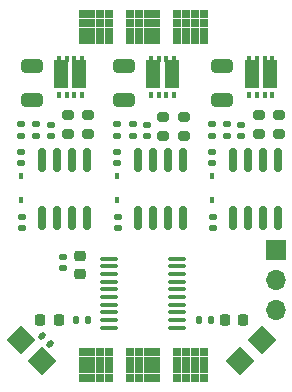
<source format=gbr>
%TF.GenerationSoftware,KiCad,Pcbnew,6.0.11-2627ca5db0~126~ubuntu22.04.1*%
%TF.CreationDate,2023-06-16T17:25:29+02:00*%
%TF.ProjectId,asac-esc-rev-a,61736163-2d65-4736-932d-7265762d612e,rev?*%
%TF.SameCoordinates,Original*%
%TF.FileFunction,Soldermask,Top*%
%TF.FilePolarity,Negative*%
%FSLAX46Y46*%
G04 Gerber Fmt 4.6, Leading zero omitted, Abs format (unit mm)*
G04 Created by KiCad (PCBNEW 6.0.11-2627ca5db0~126~ubuntu22.04.1) date 2023-06-16 17:25:29*
%MOMM*%
%LPD*%
G01*
G04 APERTURE LIST*
G04 Aperture macros list*
%AMRoundRect*
0 Rectangle with rounded corners*
0 $1 Rounding radius*
0 $2 $3 $4 $5 $6 $7 $8 $9 X,Y pos of 4 corners*
0 Add a 4 corners polygon primitive as box body*
4,1,4,$2,$3,$4,$5,$6,$7,$8,$9,$2,$3,0*
0 Add four circle primitives for the rounded corners*
1,1,$1+$1,$2,$3*
1,1,$1+$1,$4,$5*
1,1,$1+$1,$6,$7*
1,1,$1+$1,$8,$9*
0 Add four rect primitives between the rounded corners*
20,1,$1+$1,$2,$3,$4,$5,0*
20,1,$1+$1,$4,$5,$6,$7,0*
20,1,$1+$1,$6,$7,$8,$9,0*
20,1,$1+$1,$8,$9,$2,$3,0*%
%AMRotRect*
0 Rectangle, with rotation*
0 The origin of the aperture is its center*
0 $1 length*
0 $2 width*
0 $3 Rotation angle, in degrees counterclockwise*
0 Add horizontal line*
21,1,$1,$2,0,0,$3*%
G04 Aperture macros list end*
%ADD10RotRect,1.700000X1.700000X135.000000*%
%ADD11RotRect,1.700000X1.700000X225.000000*%
%ADD12RoundRect,0.250000X-0.650000X0.325000X-0.650000X-0.325000X0.650000X-0.325000X0.650000X0.325000X0*%
%ADD13RoundRect,0.140000X-0.170000X0.140000X-0.170000X-0.140000X0.170000X-0.140000X0.170000X0.140000X0*%
%ADD14RoundRect,0.200000X0.275000X-0.200000X0.275000X0.200000X-0.275000X0.200000X-0.275000X-0.200000X0*%
%ADD15RoundRect,0.100000X-0.637500X-0.100000X0.637500X-0.100000X0.637500X0.100000X-0.637500X0.100000X0*%
%ADD16RoundRect,0.140000X0.170000X-0.140000X0.170000X0.140000X-0.170000X0.140000X-0.170000X-0.140000X0*%
%ADD17RoundRect,0.225000X-0.250000X0.225000X-0.250000X-0.225000X0.250000X-0.225000X0.250000X0.225000X0*%
%ADD18R,0.750000X0.750000*%
%ADD19RoundRect,0.135000X-0.185000X0.135000X-0.185000X-0.135000X0.185000X-0.135000X0.185000X0.135000X0*%
%ADD20RoundRect,0.135000X0.135000X0.185000X-0.135000X0.185000X-0.135000X-0.185000X0.135000X-0.185000X0*%
%ADD21RoundRect,0.150000X0.150000X-0.825000X0.150000X0.825000X-0.150000X0.825000X-0.150000X-0.825000X0*%
%ADD22R,0.400000X0.600000*%
%ADD23R,1.290000X2.350000*%
%ADD24R,0.450000X0.600000*%
%ADD25RoundRect,0.135000X0.185000X-0.135000X0.185000X0.135000X-0.185000X0.135000X-0.185000X-0.135000X0*%
%ADD26R,1.700000X1.700000*%
%ADD27O,1.700000X1.700000*%
%ADD28RoundRect,0.218750X-0.218750X-0.256250X0.218750X-0.256250X0.218750X0.256250X-0.218750X0.256250X0*%
%ADD29RoundRect,0.140000X0.219203X0.021213X0.021213X0.219203X-0.219203X-0.021213X-0.021213X-0.219203X0*%
%ADD30RoundRect,0.218750X0.218750X0.256250X-0.218750X0.256250X-0.218750X-0.256250X0.218750X-0.256250X0*%
%ADD31RoundRect,0.135000X-0.135000X-0.185000X0.135000X-0.185000X0.135000X0.185000X-0.135000X0.185000X0*%
G04 APERTURE END LIST*
D10*
%TO.C,J4*%
X113870000Y-96280000D03*
X115666051Y-94483949D03*
%TD*%
D11*
%TO.C,J1*%
X95303949Y-94483949D03*
X97100000Y-96280000D03*
%TD*%
D12*
%TO.C,C18*%
X112335000Y-71225000D03*
X112335000Y-74175000D03*
%TD*%
D13*
%TO.C,C7*%
X98850000Y-88405000D03*
X98850000Y-87445000D03*
%TD*%
D14*
%TO.C,R3*%
X99300000Y-77025000D03*
X99300000Y-75375000D03*
%TD*%
D15*
%TO.C,U3*%
X102737500Y-87575000D03*
X102737500Y-88225000D03*
X102737500Y-88875000D03*
X102737500Y-89525000D03*
X102737500Y-90175000D03*
X102737500Y-90825000D03*
X102737500Y-91475000D03*
X102737500Y-92125000D03*
X102737500Y-92775000D03*
X102737500Y-93425000D03*
X108462500Y-93425000D03*
X108462500Y-92775000D03*
X108462500Y-92125000D03*
X108462500Y-91475000D03*
X108462500Y-90825000D03*
X108462500Y-90175000D03*
X108462500Y-89525000D03*
X108462500Y-88875000D03*
X108462500Y-88225000D03*
X108462500Y-87575000D03*
%TD*%
D16*
%TO.C,C16*%
X111535000Y-84980000D03*
X111535000Y-84020000D03*
%TD*%
D14*
%TO.C,R13*%
X115435000Y-77025000D03*
X115435000Y-75375000D03*
%TD*%
D17*
%TO.C,C6*%
X100300000Y-88875000D03*
X100300000Y-87325000D03*
%TD*%
D13*
%TO.C,C15*%
X103435000Y-78520000D03*
X103435000Y-79480000D03*
%TD*%
D18*
%TO.C,J2*%
X101250000Y-96200000D03*
X101250000Y-95450000D03*
X102750000Y-96200000D03*
X102000000Y-95450000D03*
X102000000Y-96200000D03*
X101250000Y-96950000D03*
X102750000Y-97700000D03*
X100500000Y-96950000D03*
X102000000Y-97700000D03*
X100500000Y-95450000D03*
X100500000Y-97700000D03*
X102750000Y-95450000D03*
X102750000Y-96950000D03*
X102000000Y-96950000D03*
X100500000Y-96200000D03*
X101250000Y-97700000D03*
X106000000Y-97700000D03*
X106750000Y-97700000D03*
X106000000Y-96200000D03*
X106750000Y-96950000D03*
X106000000Y-96950000D03*
X105250000Y-96200000D03*
X105250000Y-96950000D03*
X106000000Y-95450000D03*
X104500000Y-96200000D03*
X104500000Y-96950000D03*
X104500000Y-95450000D03*
X106750000Y-95450000D03*
X104500000Y-97700000D03*
X105250000Y-95450000D03*
X106750000Y-96200000D03*
X105250000Y-97700000D03*
X109250000Y-95450000D03*
X110000000Y-96200000D03*
X109250000Y-96950000D03*
X108500000Y-96950000D03*
X110750000Y-97700000D03*
X108500000Y-95450000D03*
X109250000Y-96200000D03*
X110000000Y-97700000D03*
X108500000Y-97700000D03*
X108500000Y-96200000D03*
X110750000Y-96200000D03*
X110000000Y-96950000D03*
X110750000Y-95450000D03*
X110750000Y-96950000D03*
X110000000Y-95450000D03*
X109250000Y-97700000D03*
%TD*%
D19*
%TO.C,R1*%
X96600000Y-76190000D03*
X96600000Y-77210000D03*
%TD*%
D20*
%TO.C,R8*%
X110340000Y-92800000D03*
X111360000Y-92800000D03*
%TD*%
D21*
%TO.C,U6*%
X105230000Y-84175000D03*
X106500000Y-84175000D03*
X107770000Y-84175000D03*
X109040000Y-84175000D03*
X109040000Y-79225000D03*
X107770000Y-79225000D03*
X106500000Y-79225000D03*
X105230000Y-79225000D03*
%TD*%
D22*
%TO.C,U4*%
X99145000Y-73725000D03*
D23*
X98700000Y-71901000D03*
D22*
X99145000Y-70675000D03*
X98495000Y-70675000D03*
X98495000Y-73725000D03*
X100445000Y-73725000D03*
X99795000Y-70675000D03*
X100445000Y-70675000D03*
D23*
X100240000Y-71901000D03*
D22*
X99795000Y-73725000D03*
%TD*%
D12*
%TO.C,C8*%
X96200000Y-71225000D03*
X96200000Y-74175000D03*
%TD*%
D24*
%TO.C,D4*%
X103435000Y-80550000D03*
X103435000Y-82650000D03*
%TD*%
D16*
%TO.C,C12*%
X103535000Y-84980000D03*
X103535000Y-84020000D03*
%TD*%
D25*
%TO.C,R16*%
X111435000Y-77210000D03*
X111435000Y-76190000D03*
%TD*%
D14*
%TO.C,R9*%
X107300000Y-75575000D03*
X107300000Y-77225000D03*
%TD*%
D19*
%TO.C,R15*%
X112735000Y-76190000D03*
X112735000Y-77210000D03*
%TD*%
D14*
%TO.C,R10*%
X109050000Y-77225000D03*
X109050000Y-75575000D03*
%TD*%
D26*
%TO.C,J14*%
X116850000Y-86850000D03*
D27*
X116850000Y-89390000D03*
X116850000Y-91930000D03*
%TD*%
D16*
%TO.C,C13*%
X105935000Y-77180000D03*
X105935000Y-76220000D03*
%TD*%
D21*
%TO.C,U8*%
X113230000Y-84175000D03*
X114500000Y-84175000D03*
X115770000Y-84175000D03*
X117040000Y-84175000D03*
X117040000Y-79225000D03*
X115770000Y-79225000D03*
X114500000Y-79225000D03*
X113230000Y-79225000D03*
%TD*%
D28*
%TO.C,D1*%
X98487500Y-92800000D03*
X96912500Y-92800000D03*
%TD*%
D25*
%TO.C,R12*%
X103435000Y-77210000D03*
X103435000Y-76190000D03*
%TD*%
D13*
%TO.C,C19*%
X111435000Y-78520000D03*
X111435000Y-79480000D03*
%TD*%
D16*
%TO.C,C2*%
X95400000Y-84980000D03*
X95400000Y-84020000D03*
%TD*%
D13*
%TO.C,C4*%
X95300000Y-78520000D03*
X95300000Y-79480000D03*
%TD*%
D18*
%TO.C,J3*%
X102750000Y-67600000D03*
X100500000Y-68350000D03*
X102000000Y-67600000D03*
X101250000Y-66850000D03*
X102000000Y-68350000D03*
X102000000Y-66850000D03*
X100500000Y-69100000D03*
X102750000Y-69100000D03*
X102750000Y-68350000D03*
X101250000Y-68350000D03*
X101250000Y-69100000D03*
X102000000Y-69100000D03*
X102750000Y-66850000D03*
X100500000Y-66850000D03*
X100500000Y-67600000D03*
X101250000Y-67600000D03*
X106000000Y-67600000D03*
X105250000Y-69100000D03*
X106000000Y-69100000D03*
X104500000Y-68350000D03*
X106750000Y-67600000D03*
X106000000Y-68350000D03*
X104500000Y-67600000D03*
X104500000Y-66850000D03*
X105250000Y-66850000D03*
X106750000Y-66850000D03*
X106000000Y-66850000D03*
X104500000Y-69100000D03*
X105250000Y-68350000D03*
X106750000Y-68350000D03*
X105250000Y-67600000D03*
X106750000Y-69100000D03*
X108500000Y-69100000D03*
X109250000Y-67600000D03*
X110000000Y-68350000D03*
X110750000Y-67600000D03*
X108500000Y-67600000D03*
X110750000Y-68350000D03*
X109250000Y-69100000D03*
X109250000Y-66850000D03*
X110000000Y-69100000D03*
X110750000Y-66850000D03*
X110750000Y-69100000D03*
X108500000Y-66850000D03*
X108500000Y-68350000D03*
X110000000Y-67600000D03*
X110000000Y-66850000D03*
X109250000Y-68350000D03*
%TD*%
D29*
%TO.C,C9*%
X97060589Y-94110589D03*
X97739411Y-94789411D03*
%TD*%
D22*
%TO.C,U9*%
X115280000Y-73725000D03*
X114630000Y-70675000D03*
D23*
X114835000Y-71901000D03*
D22*
X115280000Y-70675000D03*
X114630000Y-73725000D03*
X116580000Y-73725000D03*
X115930000Y-70675000D03*
D23*
X116375000Y-71901000D03*
D22*
X116580000Y-70675000D03*
X115930000Y-73725000D03*
%TD*%
D16*
%TO.C,C5*%
X97800000Y-77180000D03*
X97800000Y-76220000D03*
%TD*%
D12*
%TO.C,C14*%
X104000000Y-71225000D03*
X104000000Y-74175000D03*
%TD*%
D14*
%TO.C,R4*%
X101000000Y-77025000D03*
X101000000Y-75375000D03*
%TD*%
D16*
%TO.C,C17*%
X113935000Y-77180000D03*
X113935000Y-76220000D03*
%TD*%
D30*
%TO.C,D2*%
X112537500Y-92775000D03*
X114112500Y-92775000D03*
%TD*%
D31*
%TO.C,R7*%
X99940000Y-92800000D03*
X100960000Y-92800000D03*
%TD*%
D24*
%TO.C,D3*%
X95300000Y-80550000D03*
X95300000Y-82650000D03*
%TD*%
%TO.C,D5*%
X111435000Y-80550000D03*
X111435000Y-82650000D03*
%TD*%
D25*
%TO.C,R2*%
X95300000Y-77210000D03*
X95300000Y-76190000D03*
%TD*%
D22*
%TO.C,U7*%
X106945000Y-73725000D03*
D23*
X106500000Y-71901000D03*
D22*
X106945000Y-70675000D03*
X106295000Y-70675000D03*
X106295000Y-73725000D03*
X108245000Y-73725000D03*
X107595000Y-70675000D03*
X108245000Y-70675000D03*
D23*
X108040000Y-71901000D03*
D22*
X107595000Y-73725000D03*
%TD*%
D21*
%TO.C,U2*%
X97095000Y-84175000D03*
X98365000Y-84175000D03*
X99635000Y-84175000D03*
X100905000Y-84175000D03*
X100905000Y-79225000D03*
X99635000Y-79225000D03*
X98365000Y-79225000D03*
X97095000Y-79225000D03*
%TD*%
D19*
%TO.C,R11*%
X104735000Y-76190000D03*
X104735000Y-77210000D03*
%TD*%
D14*
%TO.C,R14*%
X117135000Y-77025000D03*
X117135000Y-75375000D03*
%TD*%
M02*

</source>
